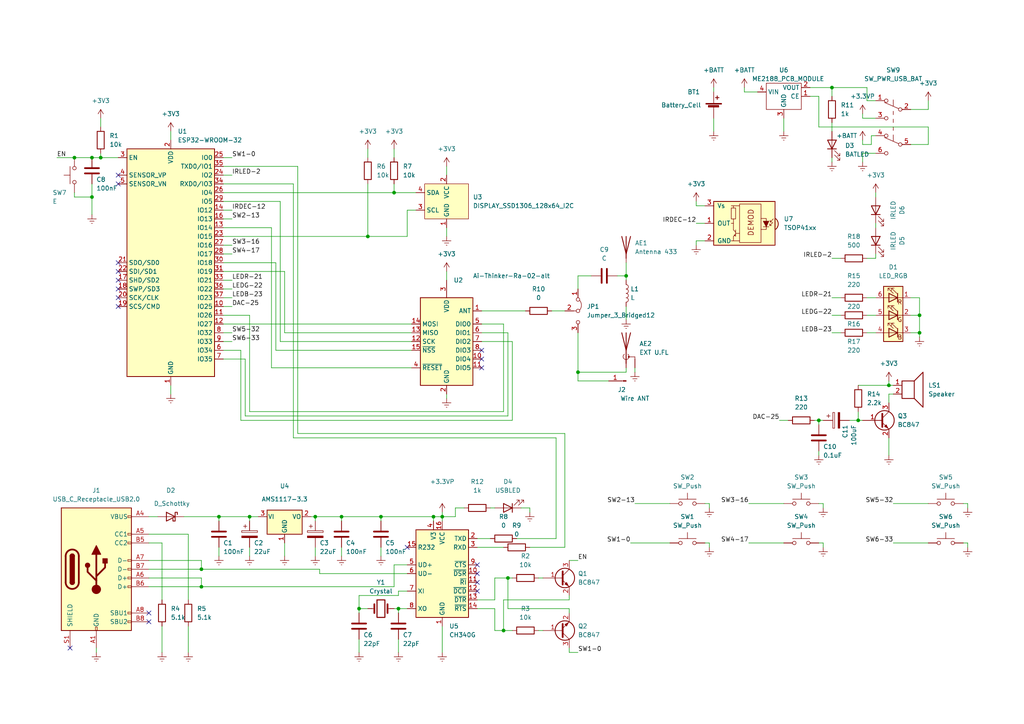
<source format=kicad_sch>
(kicad_sch (version 20211123) (generator eeschema)
  (paper "A4")
  (title_block (title "IoT Badge 433") (company "Galopago"))
  (junction (at 147.32 167.64))
  (junction (at 106.68 68.58))
  (junction (at 58.42 165.1))
  (junction (at 29.21 45.72))
  (junction (at 21.59 45.72))
  (junction (at 99.06 149.86))
  (junction (at 181.61 80.01))
  (junction (at 167.64 107.95))
  (junction (at 241.3 25.4))
  (junction (at 266.7 91.44))
  (junction (at 125.73 149.86))
  (junction (at 58.42 170.18))
  (junction (at 26.67 57.15))
  (junction (at 257.81 111.76))
  (junction (at 26.67 45.72))
  (junction (at 72.39 149.86))
  (junction (at 91.44 149.86))
  (junction (at 237.49 121.92))
  (junction (at 63.5 149.86))
  (junction (at 266.7 96.52))
  (junction (at 110.49 149.86))
  (junction (at 128.27 149.86))
  (junction (at 146.05 182.88))
  (junction (at 248.92 121.92))
  (junction (at 115.57 176.53))
  (junction (at 114.3 55.88))
  (junction (at 104.14 176.53))
  (no_connect (at 34.29 76.2))
  (no_connect (at 139.7 101.6))
  (no_connect (at 138.43 168.91))
  (no_connect (at 139.7 104.14))
  (no_connect (at 34.29 53.34))
  (no_connect (at 34.29 86.36))
  (no_connect (at 138.43 163.83))
  (no_connect (at 43.18 177.8))
  (no_connect (at 34.29 81.28))
  (no_connect (at 34.29 78.74))
  (no_connect (at 34.29 88.9))
  (no_connect (at 138.43 166.37))
  (no_connect (at 138.43 171.45))
  (no_connect (at 139.7 106.68))
  (no_connect (at 118.11 158.75))
  (no_connect (at 34.29 50.8))
  (no_connect (at 20.32 187.96))
  (no_connect (at 34.29 83.82))
  (no_connect (at 43.18 180.34))
  (wire (pts (xy 248.92 121.92) (xy 250.19 121.92)))
  (wire (pts (xy 92.71 166.37) (xy 92.71 165.1)))
  (wire (pts (xy 128.27 148.59) (xy 128.27 149.86)))
  (wire (pts (xy 110.49 158.75) (xy 110.49 161.29)))
  (wire (pts (xy 115.57 185.42) (xy 115.57 189.23)))
  (wire (pts (xy 254 64.77) (xy 254 66.04)))
  (wire (pts (xy 138.43 158.75) (xy 146.05 158.75)))
  (wire (pts (xy 259.08 157.48) (xy 269.24 157.48)))
  (wire (pts (xy 21.59 55.88) (xy 21.59 57.15)))
  (wire (pts (xy 237.49 36.83) (xy 237.49 27.94)))
  (wire (pts (xy 156.21 167.64) (xy 157.48 167.64)))
  (wire (pts (xy 120.65 60.96) (xy 118.11 60.96)))
  (wire (pts (xy 125.73 149.86) (xy 128.27 149.86)))
  (wire (pts (xy 257.81 111.76) (xy 257.81 110.49)))
  (wire (pts (xy 43.18 170.18) (xy 58.42 170.18)))
  (wire (pts (xy 257.81 127) (xy 257.81 132.08)))
  (wire (pts (xy 250.19 41.91) (xy 252.73 41.91)))
  (wire (pts (xy 128.27 181.61) (xy 128.27 189.23)))
  (wire (pts (xy 238.76 146.05) (xy 238.76 147.32)))
  (wire (pts (xy 21.59 45.72) (xy 26.67 45.72)))
  (wire (pts (xy 148.59 121.92) (xy 148.59 99.06)))
  (wire (pts (xy 181.61 88.9) (xy 181.61 92.71)))
  (wire (pts (xy 143.51 167.64) (xy 147.32 167.64)))
  (wire (pts (xy 241.3 86.36) (xy 243.84 86.36)))
  (wire (pts (xy 254 55.88) (xy 254 57.15)))
  (wire (pts (xy 128.27 149.86) (xy 128.27 151.13)))
  (wire (pts (xy 27.94 187.96) (xy 27.94 189.23)))
  (wire (pts (xy 251.46 96.52) (xy 254 96.52)))
  (wire (pts (xy 259.08 146.05) (xy 269.24 146.05)))
  (wire (pts (xy 29.21 44.45) (xy 29.21 45.72)))
  (wire (pts (xy 129.54 78.74) (xy 129.54 81.28)))
  (wire (pts (xy 254 73.66) (xy 254 74.93)))
  (wire (pts (xy 138.43 156.21) (xy 142.24 156.21)))
  (wire (pts (xy 184.15 146.05) (xy 194.31 146.05)))
  (wire (pts (xy 58.42 162.56) (xy 58.42 165.1)))
  (wire (pts (xy 132.08 147.32) (xy 134.62 147.32)))
  (wire (pts (xy 26.67 53.34) (xy 26.67 57.15)))
  (wire (pts (xy 204.47 69.85) (xy 201.93 69.85)))
  (wire (pts (xy 250.19 44.45) (xy 250.19 46.99)))
  (wire (pts (xy 251.46 86.36) (xy 254 86.36)))
  (wire (pts (xy 184.15 106.68) (xy 184.15 107.95)))
  (wire (pts (xy 64.77 58.42) (xy 81.28 58.42)))
  (wire (pts (xy 147.32 96.52) (xy 139.7 96.52)))
  (wire (pts (xy 29.21 45.72) (xy 34.29 45.72)))
  (wire (pts (xy 129.54 48.26) (xy 129.54 50.8)))
  (wire (pts (xy 234.95 27.94) (xy 237.49 27.94)))
  (wire (pts (xy 21.59 57.15) (xy 26.67 57.15)))
  (wire (pts (xy 132.08 149.86) (xy 132.08 147.32)))
  (wire (pts (xy 118.11 171.45) (xy 115.57 171.45)))
  (wire (pts (xy 43.18 157.48) (xy 46.99 157.48)))
  (wire (pts (xy 153.67 147.32) (xy 153.67 148.59)))
  (wire (pts (xy 63.5 158.75) (xy 63.5 161.29)))
  (wire (pts (xy 104.14 185.42) (xy 104.14 189.23)))
  (wire (pts (xy 148.59 99.06) (xy 139.7 99.06)))
  (wire (pts (xy 204.47 59.69) (xy 201.93 59.69)))
  (wire (pts (xy 29.21 34.29) (xy 29.21 36.83)))
  (wire (pts (xy 163.83 158.75) (xy 153.67 158.75)))
  (wire (pts (xy 64.77 66.04) (xy 78.74 66.04)))
  (wire (pts (xy 86.36 48.26) (xy 86.36 125.73)))
  (wire (pts (xy 64.77 78.74) (xy 82.55 78.74)))
  (wire (pts (xy 234.95 25.4) (xy 241.3 25.4)))
  (wire (pts (xy 146.05 119.38) (xy 146.05 93.98)))
  (wire (pts (xy 64.77 55.88) (xy 114.3 55.88)))
  (wire (pts (xy 86.36 125.73) (xy 163.83 125.73)))
  (wire (pts (xy 110.49 149.86) (xy 125.73 149.86)))
  (wire (pts (xy 165.1 189.23) (xy 167.64 189.23)))
  (wire (pts (xy 219.71 26.67) (xy 215.9 26.67)))
  (wire (pts (xy 182.88 157.48) (xy 194.31 157.48)))
  (wire (pts (xy 72.39 149.86) (xy 72.39 151.13)))
  (wire (pts (xy 115.57 176.53) (xy 118.11 176.53)))
  (wire (pts (xy 16.51 45.72) (xy 21.59 45.72)))
  (wire (pts (xy 129.54 114.3) (xy 129.54 115.57)))
  (wire (pts (xy 254 29.21) (xy 251.46 29.21)))
  (wire (pts (xy 128.27 149.86) (xy 132.08 149.86)))
  (wire (pts (xy 241.3 91.44) (xy 243.84 91.44)))
  (wire (pts (xy 64.77 63.5) (xy 67.31 63.5)))
  (wire (pts (xy 250.19 33.02) (xy 250.19 34.29)))
  (wire (pts (xy 251.46 74.93) (xy 254 74.93)))
  (wire (pts (xy 264.16 31.75) (xy 269.24 31.75)))
  (wire (pts (xy 257.81 114.3) (xy 257.81 116.84)))
  (wire (pts (xy 26.67 45.72) (xy 29.21 45.72)))
  (wire (pts (xy 280.67 157.48) (xy 280.67 158.75)))
  (wire (pts (xy 264.16 91.44) (xy 266.7 91.44)))
  (wire (pts (xy 142.24 147.32) (xy 143.51 147.32)))
  (wire (pts (xy 43.18 149.86) (xy 45.72 149.86)))
  (wire (pts (xy 99.06 158.75) (xy 99.06 161.29)))
  (wire (pts (xy 106.68 53.34) (xy 106.68 68.58)))
  (wire (pts (xy 119.38 96.52) (xy 82.55 96.52)))
  (wire (pts (xy 138.43 173.99) (xy 143.51 173.99)))
  (wire (pts (xy 264.16 41.91) (xy 269.24 41.91)))
  (wire (pts (xy 64.77 45.72) (xy 67.31 45.72)))
  (wire (pts (xy 280.67 146.05) (xy 279.4 146.05)))
  (wire (pts (xy 91.44 149.86) (xy 99.06 149.86)))
  (wire (pts (xy 78.74 66.04) (xy 78.74 106.68)))
  (wire (pts (xy 163.83 125.73) (xy 163.83 158.75)))
  (wire (pts (xy 241.3 25.4) (xy 241.3 27.94)))
  (wire (pts (xy 204.47 157.48) (xy 205.74 157.48)))
  (wire (pts (xy 238.76 157.48) (xy 238.76 158.75)))
  (wire (pts (xy 201.93 64.77) (xy 204.47 64.77)))
  (wire (pts (xy 64.77 88.9) (xy 67.31 88.9)))
  (wire (pts (xy 254 44.45) (xy 250.19 44.45)))
  (wire (pts (xy 264.16 86.36) (xy 266.7 86.36)))
  (wire (pts (xy 165.1 187.96) (xy 165.1 189.23)))
  (wire (pts (xy 259.08 114.3) (xy 257.81 114.3)))
  (wire (pts (xy 266.7 96.52) (xy 266.7 97.79)))
  (wire (pts (xy 201.93 69.85) (xy 201.93 71.12)))
  (wire (pts (xy 165.1 172.72) (xy 165.1 173.99)))
  (wire (pts (xy 54.61 181.61) (xy 54.61 189.23)))
  (wire (pts (xy 85.09 127) (xy 161.29 127)))
  (wire (pts (xy 161.29 156.21) (xy 149.86 156.21)))
  (wire (pts (xy 160.02 90.17) (xy 163.83 90.17)))
  (wire (pts (xy 54.61 154.94) (xy 43.18 154.94)))
  (wire (pts (xy 217.17 157.48) (xy 227.33 157.48)))
  (wire (pts (xy 43.18 167.64) (xy 58.42 167.64)))
  (wire (pts (xy 266.7 91.44) (xy 266.7 96.52)))
  (wire (pts (xy 85.09 53.34) (xy 85.09 127)))
  (wire (pts (xy 201.93 59.69) (xy 201.93 58.42)))
  (wire (pts (xy 167.64 107.95) (xy 167.64 110.49)))
  (wire (pts (xy 115.57 172.72) (xy 104.14 172.72)))
  (wire (pts (xy 49.53 38.1) (xy 49.53 40.64)))
  (wire (pts (xy 248.92 119.38) (xy 248.92 121.92)))
  (wire (pts (xy 119.38 106.68) (xy 78.74 106.68)))
  (wire (pts (xy 46.99 157.48) (xy 46.99 173.99)))
  (wire (pts (xy 207.01 25.4) (xy 207.01 26.67)))
  (wire (pts (xy 43.18 162.56) (xy 58.42 162.56)))
  (wire (pts (xy 118.11 60.96) (xy 118.11 68.58)))
  (wire (pts (xy 251.46 29.21) (xy 251.46 25.4)))
  (wire (pts (xy 237.49 157.48) (xy 238.76 157.48)))
  (wire (pts (xy 58.42 165.1) (xy 92.71 165.1)))
  (wire (pts (xy 171.45 80.01) (xy 167.64 80.01)))
  (wire (pts (xy 91.44 149.86) (xy 91.44 151.13)))
  (wire (pts (xy 181.61 76.2) (xy 181.61 80.01)))
  (wire (pts (xy 181.61 106.68) (xy 181.61 107.95)))
  (wire (pts (xy 104.14 172.72) (xy 104.14 176.53)))
  (wire (pts (xy 269.24 31.75) (xy 269.24 29.21)))
  (wire (pts (xy 176.53 110.49) (xy 167.64 110.49)))
  (wire (pts (xy 252.73 39.37) (xy 254 39.37)))
  (wire (pts (xy 69.85 101.6) (xy 69.85 121.92)))
  (wire (pts (xy 156.21 182.88) (xy 157.48 182.88)))
  (wire (pts (xy 167.64 80.01) (xy 167.64 83.82)))
  (wire (pts (xy 146.05 182.88) (xy 148.59 182.88)))
  (wire (pts (xy 279.4 157.48) (xy 280.67 157.48)))
  (wire (pts (xy 119.38 101.6) (xy 80.01 101.6)))
  (wire (pts (xy 250.19 40.64) (xy 250.19 41.91)))
  (wire (pts (xy 64.77 73.66) (xy 67.31 73.66)))
  (wire (pts (xy 90.17 149.86) (xy 91.44 149.86)))
  (wire (pts (xy 227.33 34.29) (xy 227.33 38.1)))
  (wire (pts (xy 58.42 170.18) (xy 58.42 167.64)))
  (wire (pts (xy 143.51 176.53) (xy 143.51 182.88)))
  (wire (pts (xy 205.74 157.48) (xy 205.74 158.75)))
  (wire (pts (xy 114.3 55.88) (xy 120.65 55.88)))
  (wire (pts (xy 114.3 53.34) (xy 114.3 55.88)))
  (wire (pts (xy 82.55 78.74) (xy 82.55 96.52)))
  (wire (pts (xy 82.55 157.48) (xy 82.55 161.29)))
  (wire (pts (xy 114.3 43.18) (xy 114.3 45.72)))
  (wire (pts (xy 252.73 41.91) (xy 252.73 39.37)))
  (wire (pts (xy 72.39 149.86) (xy 74.93 149.86)))
  (wire (pts (xy 115.57 176.53) (xy 115.57 177.8)))
  (wire (pts (xy 147.32 167.64) (xy 148.59 167.64)))
  (wire (pts (xy 63.5 149.86) (xy 63.5 151.13)))
  (wire (pts (xy 205.74 146.05) (xy 205.74 147.32)))
  (wire (pts (xy 64.77 86.36) (xy 67.31 86.36)))
  (wire (pts (xy 72.39 158.75) (xy 72.39 161.29)))
  (wire (pts (xy 49.53 111.76) (xy 49.53 114.3)))
  (wire (pts (xy 237.49 146.05) (xy 238.76 146.05)))
  (wire (pts (xy 215.9 26.67) (xy 215.9 25.4)))
  (wire (pts (xy 241.3 45.72) (xy 241.3 46.99)))
  (wire (pts (xy 104.14 177.8) (xy 104.14 176.53)))
  (wire (pts (xy 64.77 83.82) (xy 67.31 83.82)))
  (wire (pts (xy 64.77 93.98) (xy 119.38 93.98)))
  (wire (pts (xy 114.3 176.53) (xy 115.57 176.53)))
  (wire (pts (xy 181.61 80.01) (xy 181.61 81.28)))
  (wire (pts (xy 269.24 36.83) (xy 269.24 41.91)))
  (wire (pts (xy 165.1 176.53) (xy 165.1 177.8)))
  (wire (pts (xy 64.77 76.2) (xy 80.01 76.2)))
  (wire (pts (xy 64.77 71.12) (xy 67.31 71.12)))
  (wire (pts (xy 46.99 181.61) (xy 46.99 189.23)))
  (wire (pts (xy 236.22 121.92) (xy 237.49 121.92)))
  (wire (pts (xy 165.1 173.99) (xy 146.05 173.99)))
  (wire (pts (xy 64.77 96.52) (xy 67.31 96.52)))
  (wire (pts (xy 139.7 90.17) (xy 152.4 90.17)))
  (wire (pts (xy 106.68 68.58) (xy 118.11 68.58)))
  (wire (pts (xy 53.34 149.86) (xy 63.5 149.86)))
  (wire (pts (xy 207.01 34.29) (xy 207.01 38.1)))
  (wire (pts (xy 43.18 165.1) (xy 58.42 165.1)))
  (wire (pts (xy 63.5 149.86) (xy 72.39 149.86)))
  (wire (pts (xy 151.13 147.32) (xy 153.67 147.32)))
  (wire (pts (xy 146.05 173.99) (xy 146.05 182.88)))
  (wire (pts (xy 99.06 149.86) (xy 110.49 149.86)))
  (wire (pts (xy 64.77 68.58) (xy 106.68 68.58)))
  (wire (pts (xy 237.49 121.92) (xy 238.76 121.92)))
  (wire (pts (xy 167.64 96.52) (xy 167.64 107.95)))
  (wire (pts (xy 259.08 111.76) (xy 257.81 111.76)))
  (wire (pts (xy 26.67 57.15) (xy 26.67 62.23)))
  (wire (pts (xy 237.49 130.81) (xy 237.49 132.08)))
  (wire (pts (xy 125.73 151.13) (xy 125.73 149.86)))
  (wire (pts (xy 58.42 170.18) (xy 114.3 170.18)))
  (wire (pts (xy 179.07 80.01) (xy 181.61 80.01)))
  (wire (pts (xy 241.3 74.93) (xy 243.84 74.93)))
  (wire (pts (xy 64.77 81.28) (xy 67.31 81.28)))
  (wire (pts (xy 64.77 99.06) (xy 67.31 99.06)))
  (wire (pts (xy 118.11 166.37) (xy 92.71 166.37)))
  (wire (pts (xy 80.01 76.2) (xy 80.01 101.6)))
  (wire (pts (xy 106.68 43.18) (xy 106.68 45.72)))
  (wire (pts (xy 217.17 146.05) (xy 227.33 146.05)))
  (wire (pts (xy 110.49 149.86) (xy 110.49 151.13)))
  (wire (pts (xy 246.38 121.92) (xy 248.92 121.92)))
  (wire (pts (xy 69.85 121.92) (xy 148.59 121.92)))
  (wire (pts (xy 266.7 86.36) (xy 266.7 91.44)))
  (wire (pts (xy 143.51 173.99) (xy 143.51 167.64)))
  (wire (pts (xy 64.77 60.96) (xy 67.31 60.96)))
  (wire (pts (xy 241.3 25.4) (xy 251.46 25.4)))
  (wire (pts (xy 99.06 149.86) (xy 99.06 151.13)))
  (wire (pts (xy 237.49 121.92) (xy 237.49 123.19)))
  (wire (pts (xy 226.06 121.92) (xy 228.6 121.92)))
  (wire (pts (xy 264.16 96.52) (xy 266.7 96.52)))
  (wire (pts (xy 64.77 48.26) (xy 86.36 48.26)))
  (wire (pts (xy 165.1 162.56) (xy 167.64 162.56)))
  (wire (pts (xy 146.05 93.98) (xy 139.7 93.98)))
  (wire (pts (xy 165.1 176.53) (xy 147.32 176.53)))
  (wire (pts (xy 147.32 120.65) (xy 147.32 96.52)))
  (wire (pts (xy 237.49 36.83) (xy 269.24 36.83)))
  (wire (pts (xy 72.39 91.44) (xy 72.39 119.38)))
  (wire (pts (xy 280.67 147.32) (xy 280.67 146.05)))
  (wire (pts (xy 251.46 91.44) (xy 254 91.44)))
  (wire (pts (xy 104.14 176.53) (xy 106.68 176.53)))
  (wire (pts (xy 64.77 104.14) (xy 71.12 104.14)))
  (wire (pts (xy 161.29 127) (xy 161.29 156.21)))
  (wire (pts (xy 119.38 99.06) (xy 81.28 99.06)))
  (wire (pts (xy 72.39 119.38) (xy 146.05 119.38)))
  (wire (pts (xy 204.47 146.05) (xy 205.74 146.05)))
  (wire (pts (xy 248.92 111.76) (xy 257.81 111.76)))
  (wire (pts (xy 115.57 171.45) (xy 115.57 172.72)))
  (wire (pts (xy 81.28 58.42) (xy 81.28 99.06)))
  (wire (pts (xy 250.19 34.29) (xy 254 34.29)))
  (wire (pts (xy 64.77 53.34) (xy 85.09 53.34)))
  (wire (pts (xy 91.44 158.75) (xy 91.44 161.29)))
  (wire (pts (xy 114.3 163.83) (xy 118.11 163.83)))
  (wire (pts (xy 147.32 176.53) (xy 147.32 167.64)))
  (wire (pts (xy 54.61 173.99) (xy 54.61 154.94)))
  (wire (pts (xy 138.43 176.53) (xy 143.51 176.53)))
  (wire (pts (xy 114.3 170.18) (xy 114.3 163.83)))
  (wire (pts (xy 64.77 101.6) (xy 69.85 101.6)))
  (wire (pts (xy 181.61 107.95) (xy 167.64 107.95)))
  (wire (pts (xy 64.77 50.8) (xy 67.31 50.8)))
  (wire (pts (xy 241.3 96.52) (xy 243.84 96.52)))
  (wire (pts (xy 129.54 66.04) (xy 129.54 68.58)))
  (wire (pts (xy 143.51 182.88) (xy 146.05 182.88)))
  (wire (pts (xy 241.3 35.56) (xy 241.3 38.1)))
  (wire (pts (xy 71.12 120.65) (xy 147.32 120.65)))
  (wire (pts (xy 64.77 91.44) (xy 72.39 91.44)))
  (wire (pts (xy 71.12 104.14) (xy 71.12 120.65)))
  (label "SW4-17" (at 67.31 73.66 0))
  (label "SW2-13" (at 184.15 146.05 180))
  (label "SW3-16" (at 217.17 146.05 180))
  (label "LEDR-21" (at 241.3 86.36 180))
  (label "SW1-0" (at 67.31 45.72 0))
  (label "EN" (at 167.64 162.56 0))
  (label "EN" (at 16.51 45.72 0))
  (label "LEDB-23" (at 241.3 96.52 180))
  (label "SW1-0" (at 182.88 157.48 180))
  (label "LEDR-21" (at 67.31 81.28 0))
  (label "SW1-0" (at 167.64 189.23 0))
  (label "LEDG-22" (at 241.3 91.44 180))
  (label "DAC-25" (at 67.31 88.9 0))
  (label "SW6-33" (at 259.08 157.48 180))
  (label "DAC-25" (at 226.06 121.92 180))
  (label "SW5-32" (at 67.31 96.52 0))
  (label "LEDB-23" (at 67.31 86.36 0))
  (label "SW5-32" (at 259.08 146.05 180))
  (label "SW6-33" (at 67.31 99.06 0))
  (label "LEDG-22" (at 67.31 83.82 0))
  (label "IRLED-2" (at 67.31 50.8 0))
  (label "SW4-17" (at 217.17 157.48 180))
  (label "IRDEC-12" (at 67.31 60.96 0))
  (label "IRDEC-12" (at 201.93 64.77 180))
  (label "SW3-16" (at 67.31 71.12 0))
  (label "IRLED-2" (at 241.3 74.93 180))
  (label "SW2-13" (at 67.31 63.5 0))
  (symbol (lib_id "power:Earth") (at 46.99 189.23 0) (unit 1)
    (property "Reference" "#PWR0118" (effects hide))
    (property "Value" "Earth" (effects hide))
  )
  (symbol (lib_id "power:Earth") (at 201.93 71.12 0) (unit 1)
    (property "Reference" "#PWR0134" (effects hide))
    (property "Value" "Earth" (effects hide))
  )
  (symbol (lib_id "power:+BATT") (at 215.9 25.4 0) (unit 1)
    (property "Reference" "#PWR07" (effects hide))
    (property "Value" "+BATT" (at 215.9 20.32 0))
  )
  (symbol (lib_id "power:Earth") (at 128.27 189.23 0) (unit 1)
    (property "Reference" "#PWR0102" (effects hide))
    (property "Value" "Earth" (effects hide))
  )
  (symbol (lib_id "Switch:SW_Push") (at 199.39 157.48 0) (unit 1)
    (property "Reference" "SW1" (at 199.39 149.86 0))
    (property "Value" "SW_Push" (at 199.39 152.4 0))
    (property "Footprint" "Button_Switch_SMD:SW_Push_1P1T_NO_6x6mm_H9.5mm" (effects hide))
  )
  (symbol (lib_id "Switch:SW_Push_DPDT") (at 259.08 36.83 0) (mirror y) (unit 1)
    (property "Reference" "SW9" (at 259.08 20.32 0))
    (property "Value" "SW_PWR_USB_BAT" (at 259.08 22.86 0))
    (property "Footprint" "Slide_Switch_SMD:SW_Slide_2P2T_9mmx7.6mm" (effects hide))
  )
  (symbol (lib_id "power:Earth") (at 72.39 161.29 0) (unit 1)
    (property "Reference" "#PWR01" (effects hide))
    (property "Value" "Earth" (effects hide))
  )
  (symbol (lib_id "Device:R") (at 156.21 90.17 270) (unit 1)
    (property "Reference" "R10" (at 156.21 83.82 90))
    (property "Value" "0" (at 156.21 86.36 90))
    (property "Footprint" "Resistor_SMD:R_0805_2012Metric_Pad1.20x1.40mm_HandSolder" (effects hide))
  )
  (symbol (lib_id "Device:C_Polarized") (at 91.44 154.94 0) (unit 1)
    (property "Reference" "C3" (at 92.71 157.48 0) (effects (justify left)))
    (property "Value" "22uF" (at 92.71 160.02 0) (effects (justify left)))
    (property "Footprint" "Capacitor_Tantalum_SMD:CP_EIA-2012-15_AVX-P_Pad1.30x1.05mm_HandSolder" (effects hide))
  )
  (symbol (lib_id "power:Earth") (at 104.14 189.23 0) (unit 1)
    (property "Reference" "#PWR0110" (effects hide))
    (property "Value" "Earth" (effects hide))
  )
  (symbol (lib_id "power:Earth") (at 129.54 115.57 0) (unit 1)
    (property "Reference" "#PWR0115" (effects hide))
    (property "Value" "Earth" (effects hide))
  )
  (symbol (lib_id "Device:Antenna") (at 181.61 71.12 0) (unit 1)
    (property "Reference" "AE1" (at 184.15 70.4849 0) (effects (justify left)))
    (property "Value" "Antenna 433" (at 184.15 73.0249 0) (effects (justify left)))
    (property "Footprint" "RF_PCB_Antenna:Micrel_Heli_2" (effects hide))
  )
  (symbol (lib_id "power:+BATT") (at 207.01 25.4 0) (unit 1)
    (property "Reference" "#PWR05" (effects hide))
    (property "Value" "+BATT" (at 207.01 20.32 0))
  )
  (symbol (lib_id "Switch:SW_Push") (at 274.32 146.05 0) (unit 1)
    (property "Reference" "SW5" (at 274.32 138.43 0))
    (property "Value" "SW_Push" (at 274.32 140.97 0))
    (property "Footprint" "Button_Switch_SMD:SW_Push_1P1T_NO_6x6mm_H9.5mm" (effects hide))
  )
  (symbol (lib_id "Device:LED") (at 147.32 147.32 180) (unit 1)
    (property "Reference" "D4" (at 147.32 139.7 0))
    (property "Value" "USBLED" (at 147.32 142.24 0))
    (property "Footprint" "LED_SMD:LED_0805_2012Metric_Pad1.15x1.40mm_HandSolder" (effects hide))
  )
  (symbol (lib_id "Device:C") (at 175.26 80.01 270) (unit 1)
    (property "Reference" "C9" (at 175.26 72.39 90))
    (property "Value" "C" (at 175.26 74.93 90))
    (property "Footprint" "Capacitor_SMD:C_0805_2012Metric_Pad1.18x1.45mm_HandSolder" (effects hide))
  )
  (symbol (lib_id "power:Earth") (at 205.74 158.75 0) (unit 1)
    (property "Reference" "#PWR0130" (effects hide))
    (property "Value" "Earth" (effects hide))
  )
  (symbol (lib_id "power:Earth") (at 280.67 158.75 0) (unit 1)
    (property "Reference" "#PWR0126" (effects hide))
    (property "Value" "Earth" (effects hide))
  )
  (symbol (lib_id "Device:C") (at 99.06 154.94 0) (unit 1)
    (property "Reference" "C4" (at 100.33 157.48 0) (effects (justify left)))
    (property "Value" "100nF" (at 100.33 160.02 0) (effects (justify left)))
    (property "Footprint" "Capacitor_SMD:C_0805_2012Metric_Pad1.18x1.45mm_HandSolder" (effects hide))
  )
  (symbol (lib_id "Device:R") (at 106.68 49.53 0) (unit 1)
    (property "Reference" "R6" (at 109.22 48.2599 0) (effects (justify left)))
    (property "Value" "10k" (at 109.22 50.7999 0) (effects (justify left)))
    (property "Footprint" "Resistor_SMD:R_0805_2012Metric_Pad1.20x1.40mm_HandSolder" (effects hide))
  )
  (symbol (lib_id "power:Earth") (at 153.67 148.59 0) (unit 1)
    (property "Reference" "#PWR0124" (effects hide))
    (property "Value" "Earth" (effects hide))
  )
  (symbol (lib_id "Device:R") (at 46.99 177.8 0) (unit 1)
    (property "Reference" "R4" (at 49.53 176.5299 0) (effects (justify left)))
    (property "Value" "5.1k" (at 49.53 179.0699 0) (effects (justify left)))
    (property "Footprint" "Resistor_SMD:R_0805_2012Metric_Pad1.20x1.40mm_HandSolder" (effects hide))
  )
  (symbol (lib_id "Device:R") (at 241.3 31.75 180) (unit 1)
    (property "Reference" "R11" (at 243.84 30.4799 0) (effects (justify right)))
    (property "Value" "1k" (at 243.84 33.0199 0) (effects (justify right)))
    (property "Footprint" "Resistor_SMD:R_0805_2012Metric_Pad1.20x1.40mm_HandSolder" (effects hide))
  )
  (symbol (lib_id "Device:Battery_Cell") (at 207.01 31.75 0) (unit 1)
    (property "Reference" "BT1" (at 199.39 26.67 0) (effects (justify left)))
    (property "Value" "Battery_Cell" (at 191.77 30.48 0) (effects (justify left)))
    (property "Footprint" "Battery_SMD:BatteryHolder_Keystone_1020_1xAAA" (effects hide))
  )
  (symbol (lib_id "Device:Antenna_Shield") (at 181.61 101.6 0) (unit 1)
    (property "Reference" "AE2" (at 185.42 99.6949 0) (effects (justify left)))
    (property "Value" "EXT U.FL" (at 185.42 102.2349 0) (effects (justify left)))
    (property "Footprint" "Connector_Coaxial:U.FL_Hirose_U.FL-R-SMT-1_Vertical" (effects hide))
  )
  (symbol (lib_id "Device:LED_RGB") (at 259.08 91.44 0) (mirror y) (unit 1)
    (property "Reference" "D1" (at 259.08 77.47 0))
    (property "Value" "LED_RGB" (at 259.08 80.01 0))
    (property "Footprint" "LED_SMD:LED_RGB_5050-6" (effects hide))
  )
  (symbol (lib_id "Jumper:Jumper_3_Bridged12") (at 167.64 90.17 270) (unit 1)
    (property "Reference" "JP1" (at 170.18 88.8999 90) (effects (justify left)))
    (property "Value" "Jumper_3_Bridged12" (at 170.18 91.4399 90) (effects (justify left)))
    (property "Footprint" "Jumper:SolderJumper-3_P1.3mm_Bridged12_RoundedPad1.0x1.5mm_NumberLabels" (effects hide))
  )
  (symbol (lib_id "Device:R") (at 248.92 115.57 0) (unit 1)
    (property "Reference" "R14" (at 251.46 114.2999 0) (effects (justify left)))
    (property "Value" "2.2k" (at 251.46 116.8399 0) (effects (justify left)))
    (property "Footprint" "Resistor_SMD:R_0805_2012Metric_Pad1.20x1.40mm_HandSolder" (effects hide))
  )
  (symbol (lib_id "power:Earth") (at 241.3 46.99 0) (unit 1)
    (property "Reference" "#PWR0109" (effects hide))
    (property "Value" "Earth" (effects hide))
  )
  (symbol (lib_id "power:+3V3") (at 129.54 78.74 0) (unit 1)
    (property "Reference" "#PWR03" (effects hide))
    (property "Value" "+3V3" (at 129.54 73.66 0))
  )
  (symbol (lib_id "power:Earth") (at 26.67 62.23 0) (unit 1)
    (property "Reference" "#PWR0114" (effects hide))
    (property "Value" "Earth" (effects hide))
  )
  (symbol (lib_id "power:Earth") (at 238.76 158.75 0) (unit 1)
    (property "Reference" "#PWR0127" (effects hide))
    (property "Value" "Earth" (effects hide))
  )
  (symbol (lib_id "Device:R") (at 149.86 158.75 270) (unit 1)
    (property "Reference" "R9" (at 149.86 152.4 90))
    (property "Value" "0" (at 149.86 154.94 90))
    (property "Footprint" "Resistor_SMD:R_0805_2012Metric_Pad1.20x1.40mm_HandSolder" (effects hide))
  )
  (symbol (lib_id "Device:C") (at 63.5 154.94 0) (unit 1)
    (property "Reference" "C1" (at 64.77 157.48 0) (effects (justify left)))
    (property "Value" "100nF" (at 64.77 160.02 0) (effects (justify left)))
    (property "Footprint" "Capacitor_SMD:C_0805_2012Metric_Pad1.18x1.45mm_HandSolder" (effects hide))
  )
  (symbol (lib_id "power:+3V3") (at 201.93 58.42 0) (unit 1)
    (property "Reference" "#PWR0136" (effects hide))
    (property "Value" "+3V3" (at 201.93 53.34 0))
  )
  (symbol (lib_id "Transistor_BJT:BC847") (at 162.56 182.88 0) (mirror x) (unit 1)
    (property "Reference" "Q2" (at 167.64 181.6099 0) (effects (justify left)))
    (property "Value" "BC847" (at 167.64 184.1499 0) (effects (justify left)))
    (property "Footprint" "Package_TO_SOT_SMD:SOT-23" (effects hide))
    (property "Datasheet" "http://www.infineon.com/dgdl/Infineon-BC847SERIES_BC848SERIES_BC849SERIES_BC850SERIES-DS-v01_01-en.pdf?fileId=db3a304314dca389011541d4630a1657" (effects hide))
  )
  (symbol (lib_id "Device:R") (at 114.3 49.53 0) (unit 1)
    (property "Reference" "R7" (at 116.84 48.2599 0) (effects (justify left)))
    (property "Value" "10k" (at 116.84 50.7999 0) (effects (justify left)))
    (property "Footprint" "Resistor_SMD:R_0805_2012Metric_Pad1.20x1.40mm_HandSolder" (effects hide))
  )
  (symbol (lib_id "Transistor_BJT:BC847") (at 255.27 121.92 0) (unit 1)
    (property "Reference" "Q3" (at 260.35 120.6499 0) (effects (justify left)))
    (property "Value" "BC847" (at 260.35 123.1899 0) (effects (justify left)))
    (property "Footprint" "Package_TO_SOT_SMD:SOT-23" (effects hide))
    (property "Datasheet" "http://www.infineon.com/dgdl/Infineon-BC847SERIES_BC848SERIES_BC849SERIES_BC850SERIES-DS-v01_01-en.pdf?fileId=db3a304314dca389011541d4630a1657" (effects hide))
  )
  (symbol (lib_id "power:+3V3") (at 114.3 43.18 0) (unit 1)
    (property "Reference" "#PWR0120" (effects hide))
    (property "Value" "+3V3" (at 114.3 38.1 0))
  )
  (symbol (lib_id "Device:C") (at 237.49 127 0) (unit 1)
    (property "Reference" "C10" (at 238.76 129.54 0) (effects (justify left)))
    (property "Value" "0.1uF" (at 238.76 132.08 0) (effects (justify left)))
    (property "Footprint" "Capacitor_SMD:C_0805_2012Metric_Pad1.18x1.45mm_HandSolder" (effects hide))
  )
  (symbol (lib_id "Device:R") (at 247.65 96.52 270) (unit 1)
    (property "Reference" "R17" (at 247.65 99.06 90))
    (property "Value" "220" (at 247.65 101.6 90))
    (property "Footprint" "Resistor_SMD:R_0805_2012Metric_Pad1.20x1.40mm_HandSolder" (effects hide))
  )
  (symbol (lib_id "Device:Speaker") (at 264.16 111.76 0) (unit 1)
    (property "Reference" "LS1" (at 269.24 111.7599 0) (effects (justify left)))
    (property "Value" "Speaker" (at 269.24 114.2999 0) (effects (justify left)))
    (property "Footprint" "Speaker_SMD:Speaker_SMD-10mmx5mm" (effects hide))
  )
  (symbol (lib_id "power:+3V3") (at 257.81 110.49 0) (unit 1)
    (property "Reference" "#PWR0131" (effects hide))
    (property "Value" "+3V3" (at 257.81 105.41 0))
  )
  (symbol (lib_id "Switch:SW_Push") (at 274.32 157.48 0) (unit 1)
    (property "Reference" "SW6" (at 274.32 149.86 0))
    (property "Value" "SW_Push" (at 274.32 152.4 0))
    (property "Footprint" "Button_Switch_SMD:SW_Push_1P1T_NO_6x6mm_H9.5mm" (effects hide))
  )
  (symbol (lib_id "Interface_USB:CH340G") (at 128.27 166.37 0) (unit 1)
    (property "Reference" "U5" (at 130.2894 181.61 0) (effects (justify left)))
    (property "Value" "CH340G" (at 130.2894 184.15 0) (effects (justify left)))
    (property "Footprint" "Package_SO:SOIC-16_3.9x9.9mm_P1.27mm" (effects hide))
    (property "Datasheet" "http://www.datasheet5.com/pdf-local-2195953" (effects hide))
  )
  (symbol (lib_id "power:Earth") (at 257.81 132.08 0) (unit 1)
    (property "Reference" "#PWR0132" (effects hide))
    (property "Value" "Earth" (effects hide))
  )
  (symbol (lib_id "power:+3V3") (at 269.24 29.21 0) (unit 1)
    (property "Reference" "#PWR012" (effects hide))
    (property "Value" "+3V3" (at 269.24 24.13 0))
  )
  (symbol (lib_id "Device:R") (at 29.21 40.64 0) (unit 1)
    (property "Reference" "R1" (at 31.75 39.3699 0) (effects (justify left)))
    (property "Value" "10k" (at 31.75 41.9099 0) (effects (justify left)))
    (property "Footprint" "Resistor_SMD:R_0805_2012Metric_Pad1.20x1.40mm_HandSolder" (effects hide))
  )
  (symbol (lib_id "Device:LED") (at 254 69.85 90) (unit 1)
    (property "Reference" "D5" (at 261.62 69.85 0))
    (property "Value" "IRLED" (at 259.08 69.85 0))
    (property "Footprint" "LED_SMD:LED_0805_2012Metric_Pad1.15x1.40mm_HandSolder" (effects hide))
  )
  (symbol (lib_id "power:Earth") (at 115.57 189.23 0) (unit 1)
    (property "Reference" "#PWR0108" (effects hide))
    (property "Value" "Earth" (effects hide))
  )
  (symbol (lib_id "Switch:SW_Push") (at 232.41 157.48 0) (unit 1)
    (property "Reference" "SW4" (at 232.41 149.86 0))
    (property "Value" "SW_Push" (at 232.41 152.4 0))
    (property "Footprint" "Button_Switch_SMD:SW_Push_1P1T_NO_6x6mm_H9.5mm" (effects hide))
  )
  (symbol (lib_id "power:Earth") (at 82.55 161.29 0) (unit 1)
    (property "Reference" "#PWR0104" (effects hide))
    (property "Value" "Earth" (effects hide))
  )
  (symbol (lib_id "Device:LED") (at 241.3 41.91 90) (unit 1)
    (property "Reference" "D3" (at 245.11 42.2274 90) (effects (justify right)))
    (property "Value" "BATLED" (at 245.11 44.7674 90) (effects (justify right)))
    (property "Footprint" "LED_SMD:LED_0805_2012Metric_Pad1.15x1.40mm_HandSolder" (effects hide))
  )
  (symbol (lib_id "power:Earth") (at 280.67 147.32 0) (unit 1)
    (property "Reference" "#PWR0125" (effects hide))
    (property "Value" "Earth" (effects hide))
  )
  (symbol (lib_id "power:Earth") (at 49.53 114.3 0) (unit 1)
    (property "Reference" "#PWR0112" (effects hide))
    (property "Value" "Earth" (effects hide))
  )
  (symbol (lib_id "power:+3V3") (at 49.53 38.1 0) (unit 1)
    (property "Reference" "#PWR0111" (effects hide))
    (property "Value" "+3V3" (at 49.53 33.02 0))
  )
  (symbol (lib_id "power:Earth") (at 27.94 189.23 0) (unit 1)
    (property "Reference" "#PWR0101" (effects hide))
    (property "Value" "Earth" (effects hide))
  )
  (symbol (lib_id "RF_Module_alt:Ai-Thinker-Ra-02-alt") (at 129.54 99.06 0) (unit 1)
    (property "Reference" "U2" (at 131.5594 81.28 0) (effects (justify left)))
    (property "Value" "Ai-Thinker-Ra-02-alt" (at 137.16 80.01 0) (effects (justify left)))
    (property "Footprint" "RF_Module_alt:Ai-Thinker-Ra-02-LoRa-alt" (effects hide))
    (property "Datasheet" "http://wiki.ai-thinker.com/_media/lora/docs/c048ps01a1_ra-02_product_specification_v1.1.pdf" (effects hide))
  )
  (symbol (lib_id "power:+BATT") (at 250.19 40.64 0) (unit 1)
    (property "Reference" "#PWR010" (effects hide))
    (property "Value" "+BATT" (at 242.57 39.37 0) (effects (justify left)))
  )
  (symbol (lib_id "power:Earth") (at 129.54 68.58 0) (unit 1)
    (property "Reference" "#PWR0116" (effects hide))
    (property "Value" "Earth" (effects hide))
  )
  (symbol (lib_id "power:Earth") (at 238.76 147.32 0) (unit 1)
    (property "Reference" "#PWR0128" (effects hide))
    (property "Value" "Earth" (effects hide))
  )
  (symbol (lib_id "power:+3V3") (at 29.21 34.29 0) (unit 1)
    (property "Reference" "#PWR0113" (effects hide))
    (property "Value" "+3V3" (at 29.21 29.21 0))
  )
  (symbol (lib_id "Device:L") (at 181.61 85.09 0) (unit 1)
    (property "Reference" "L1" (at 182.88 83.8199 0) (effects (justify left)))
    (property "Value" "L" (at 182.88 86.3599 0) (effects (justify left)))
    (property "Footprint" "Inductor_SMD:L_0805_2012Metric_Pad1.05x1.20mm_HandSolder" (effects hide))
  )
  (symbol (lib_id "Device:R") (at 54.61 177.8 0) (unit 1)
    (property "Reference" "R5" (at 57.15 176.5299 0) (effects (justify left)))
    (property "Value" "5.1k" (at 57.15 179.0699 0) (effects (justify left)))
    (property "Footprint" "Resistor_SMD:R_0805_2012Metric_Pad1.20x1.40mm_HandSolder" (effects hide))
  )
  (symbol (lib_id "Interface_Optical:TSOP41xx") (at 214.63 64.77 0) (mirror y) (unit 1)
    (property "Reference" "U7" (at 227.33 63.4999 0) (effects (justify right)))
    (property "Value" "TSOP41xx" (at 227.33 66.0399 0) (effects (justify right)))
    (property "Footprint" "OptoDevice:Vishay_MOLD-3Pin" (effects hide))
    (property "Datasheet" "http://www.vishay.com/docs/82460/tsop45.pdf" (effects hide))
  )
  (symbol (lib_id "power:Earth") (at 237.49 132.08 0) (unit 1)
    (property "Reference" "#PWR0133" (effects hide))
    (property "Value" "Earth" (effects hide))
  )
  (symbol (lib_id "power:Earth") (at 266.7 97.79 0) (unit 1)
    (property "Reference" "#PWR0135" (effects hide))
    (property "Value" "Earth" (effects hide))
  )
  (symbol (lib_id "Device:R") (at 247.65 86.36 270) (unit 1)
    (property "Reference" "R15" (at 247.65 80.01 90))
    (property "Value" "220" (at 247.65 82.55 90))
    (property "Footprint" "Resistor_SMD:R_0805_2012Metric_Pad1.20x1.40mm_HandSolder" (effects hide))
  )
  (symbol (lib_id "power:Earth") (at 207.01 38.1 0) (unit 1)
    (property "Reference" "#PWR06" (effects hide))
    (property "Value" "Earth" (effects hide))
  )
  (symbol (lib_id "power:Earth") (at 110.49 161.29 0) (unit 1)
    (property "Reference" "#PWR0107" (effects hide))
    (property "Value" "Earth" (effects hide))
  )
  (symbol (lib_id "Device:R") (at 152.4 167.64 270) (unit 1)
    (property "Reference" "R2" (at 152.4 161.29 90))
    (property "Value" "10k" (at 152.4 163.83 90))
    (property "Footprint" "Resistor_SMD:R_0805_2012Metric_Pad1.20x1.40mm_HandSolder" (effects hide))
  )
  (symbol (lib_id "power:+3V3") (at 254 55.88 0) (unit 1)
    (property "Reference" "#PWR0137" (effects hide))
    (property "Value" "+3V3" (at 254 50.8 0))
  )
  (symbol (lib_id "Device:LED") (at 254 60.96 90) (unit 1)
    (property "Reference" "D6" (at 261.62 60.96 0))
    (property "Value" "IRLED" (at 259.08 60.96 0))
    (property "Footprint" "LED_SMD:LED_0805_2012Metric_Pad1.15x1.40mm_HandSolder" (effects hide))
  )
  (symbol (lib_id "power:Earth") (at 184.15 107.95 0) (unit 1)
    (property "Reference" "#PWR0123" (effects hide))
    (property "Value" "Earth" (effects hide))
  )
  (symbol (lib_id "power:+3.3VP") (at 128.27 148.59 0) (unit 1)
    (property "Reference" "#PWR04" (effects hide))
    (property "Value" "+3.3VP" (at 128.27 139.7 0))
  )
  (symbol (lib_id "Connector:USB_C_Receptacle_USB2.0") (at 27.94 165.1 0) (unit 1)
    (property "Reference" "J1" (at 27.94 142.24 0))
    (property "Value" "USB_C_Receptacle_USB2.0" (at 27.94 144.78 0))
    (property "Footprint" "Connector_USB:USB_C_Receptacle_HRO_TYPE-C-31-M-12" (effects hide))
    (property "Datasheet" "https://www.usb.org/sites/default/files/documents/usb_type-c.zip" (effects hide))
  )
  (symbol (lib_id "power:Earth") (at 181.61 92.71 0) (unit 1)
    (property "Reference" "#PWR0122" (effects hide))
    (property "Value" "Earth" (effects hide))
  )
  (symbol (lib_id "power:+3V3") (at 129.54 48.26 0) (unit 1)
    (property "Reference" "#PWR02" (effects hide))
    (property "Value" "+3V3" (at 129.54 43.18 0))
  )
  (symbol (lib_id "Device:Crystal") (at 110.49 176.53 0) (unit 1)
    (property "Reference" "Y1" (at 110.49 168.91 0))
    (property "Value" "Crystal" (at 110.49 171.45 0))
    (property "Footprint" "Crystal:Crystal_SMD_HC49-SD_HandSoldering" (effects hide))
  )
  (symbol (lib_id "power:Earth") (at 63.5 161.29 0) (unit 1)
    (property "Reference" "#PWR0103" (effects hide))
    (property "Value" "Earth" (effects hide))
  )
  (symbol (lib_id "Device:R") (at 146.05 156.21 270) (unit 1)
    (property "Reference" "R8" (at 146.05 149.86 90))
    (property "Value" "0" (at 146.05 152.4 90))
    (property "Footprint" "Resistor_SMD:R_0805_2012Metric_Pad1.20x1.40mm_HandSolder" (effects hide))
  )
  (symbol (lib_id "Device:C_Polarized") (at 242.57 121.92 90) (mirror x) (unit 1)
    (property "Reference" "C11" (at 245.11 123.19 0) (effects (justify left)))
    (property "Value" "100uF" (at 247.65 123.19 0) (effects (justify left)))
    (property "Footprint" "Capacitor_Tantalum_SMD:CP_EIA-2012-15_AVX-P_Pad1.30x1.05mm_HandSolder" (effects hide))
  )
  (symbol (lib_id "Device:D_Schottky") (at 49.53 149.86 0) (mirror y) (unit 1)
    (property "Reference" "D2" (at 49.53 142.24 0))
    (property "Value" "D_Schottky" (at 49.8475 146.05 0))
    (property "Footprint" "Diode_SMD:D_SOD-123" (effects hide))
  )
  (symbol (lib_id "power:Earth") (at 205.74 147.32 0) (unit 1)
    (property "Reference" "#PWR0129" (effects hide))
    (property "Value" "Earth" (effects hide))
  )
  (symbol (lib_id "Device:C") (at 104.14 181.61 0) (unit 1)
    (property "Reference" "C6" (at 105.41 184.15 0) (effects (justify left)))
    (property "Value" "22pF" (at 105.41 186.69 0) (effects (justify left)))
    (property "Footprint" "Capacitor_SMD:C_0805_2012Metric_Pad1.18x1.45mm_HandSolder" (effects hide))
  )
  (symbol (lib_id "Device:C_Polarized") (at 72.39 154.94 0) (unit 1)
    (property "Reference" "C2" (at 73.66 157.48 0) (effects (justify left)))
    (property "Value" "22uF" (at 73.66 160.02 0) (effects (justify left)))
    (property "Footprint" "Capacitor_Tantalum_SMD:CP_EIA-2012-15_AVX-P_Pad1.30x1.05mm_HandSolder" (effects hide))
  )
  (symbol (lib_id "power:Earth") (at 227.33 38.1 0) (unit 1)
    (property "Reference" "#PWR08" (effects hide))
    (property "Value" "Earth" (effects hide))
  )
  (symbol (lib_id "power:Earth") (at 91.44 161.29 0) (unit 1)
    (property "Reference" "#PWR0105" (effects hide))
    (property "Value" "Earth" (effects hide))
  )
  (symbol (lib_id "Display_PCB:DISPLAY_SSD1306_128x64_I2C") (at 129.54 58.42 0) (unit 1)
    (property "Reference" "U3" (at 137.16 57.1499 0) (effects (justify left)))
    (property "Value" "DISPLAY_SSD1306_128x64_I2C" (at 137.16 59.6899 0) (effects (justify left)))
    (property "Footprint" "Display_PCB:DISPLAY_SSD1306_128x64_I2C_0.96inch" (effects hide))
  )
  (symbol (lib_id "Switch:SW_Push") (at 232.41 146.05 0) (unit 1)
    (property "Reference" "SW3" (at 232.41 138.43 0))
    (property "Value" "SW_Push" (at 232.41 140.97 0))
    (property "Footprint" "Button_Switch_SMD:SW_Push_1P1T_NO_6x6mm_H9.5mm" (effects hide))
  )
  (symbol (lib_id "power:+3V3") (at 106.68 43.18 0) (unit 1)
    (property "Reference" "#PWR0119" (effects hide))
    (property "Value" "+3V3" (at 106.68 38.1 0))
  )
  (symbol (lib_id "power:Earth") (at 99.06 161.29 0) (unit 1)
    (property "Reference" "#PWR0106" (effects hide))
    (property "Value" "Earth" (effects hide))
  )
  (symbol (lib_id "Switch:SW_Push") (at 21.59 50.8 90) (unit 1)
    (property "Reference" "SW7" (at 15.24 55.88 90) (effects (justify right)))
    (property "Value" "E" (at 15.24 58.42 90) (effects (justify right)))
    (property "Footprint" "Button_Switch_SMD:SW_Push_SPST_NO_Alps_SKRK" (effects hide))
  )
  (symbol (lib_id "Device:R") (at 138.43 147.32 270) (unit 1)
    (property "Reference" "R12" (at 138.43 139.7 90))
    (property "Value" "1k" (at 138.43 142.24 90))
    (property "Footprint" "Resistor_SMD:R_0805_2012Metric_Pad1.20x1.40mm_HandSolder" (effects hide))
  )
  (symbol (lib_id "Device:C") (at 26.67 49.53 0) (unit 1)
    (property "Reference" "C8" (at 27.94 52.07 0) (effects (justify left)))
    (property "Value" "100nF" (at 27.94 54.61 0) (effects (justify left)))
    (property "Footprint" "Capacitor_SMD:C_0805_2012Metric_Pad1.18x1.45mm_HandSolder" (effects hide))
  )
  (symbol (lib_id "Connector:Conn_01x01_Male") (at 181.61 110.49 0) (mirror y) (unit 1)
    (property "Reference" "J2" (at 180.34 113.03 0))
    (property "Value" "Wire ANT" (at 184.15 115.57 0))
    (property "Footprint" "Connector_PinHeader_1.00mm:PinHeader_1x01_P1.00mm_Vertical" (effects hide))
  )
  (symbol (lib_id "Device:R") (at 247.65 91.44 270) (unit 1)
    (property "Reference" "R16" (at 247.65 93.98 90))
    (property "Value" "220" (at 247.65 88.9 90))
    (property "Footprint" "Resistor_SMD:R_0805_2012Metric_Pad1.20x1.40mm_HandSolder" (effects hide))
  )
  (symbol (lib_id "Regulator_Linear:AMS1117-3.3") (at 82.55 149.86 0) (unit 1)
    (property "Reference" "U4" (at 82.55 140.97 0))
    (property "Value" "AMS1117-3.3" (at 82.55 144.78 0))
    (property "Footprint" "Package_TO_SOT_SMD:SOT-223-3_TabPin2" (effects hide))
    (property "Datasheet" "http://www.advanced-monolithic.com/pdf/ds1117.pdf" (effects hide))
  )
  (symbol (lib_id "Device:R") (at 247.65 74.93 270) (unit 1)
    (property "Reference" "R18" (at 247.65 68.58 90))
    (property "Value" "500" (at 247.65 71.12 90))
    (property "Footprint" "Resistor_SMD:R_0805_2012Metric_Pad1.20x1.40mm_HandSolder" (effects hide))
  )
  (symbol (lib_id "Device:C") (at 110.49 154.94 0) (unit 1)
    (property "Reference" "C5" (at 111.76 157.48 0) (effects (justify left)))
    (property "Value" "100nF" (at 111.76 160.02 0) (effects (justify left)))
    (property "Footprint" "Capacitor_SMD:C_0805_2012Metric_Pad1.18x1.45mm_HandSolder" (effects hide))
  )
  (symbol (lib_id "Device:R") (at 232.41 121.92 270) (unit 1)
    (property "Reference" "R13" (at 232.41 115.57 90))
    (property "Value" "220" (at 232.41 118.11 90))
    (property "Footprint" "Resistor_SMD:R_0805_2012Metric_Pad1.20x1.40mm_HandSolder" (effects hide))
  )
  (symbol (lib_id "Switch:SW_Push") (at 199.39 146.05 0) (unit 1)
    (property "Reference" "SW2" (at 199.39 138.43 0))
    (property "Value" "SW_Push" (at 199.39 140.97 0))
    (property "Footprint" "Button_Switch_SMD:SW_Push_1P1T_NO_6x6mm_H9.5mm" (effects hide))
  )
  (symbol (lib_id "RF_Module:ESP32-WROOM-32") (at 49.53 76.2 0) (unit 1)
    (property "Reference" "U1" (at 51.5494 38.1 0) (effects (justify left)))
    (property "Value" "ESP32-WROOM-32" (at 51.5494 40.64 0) (effects (justify left)))
    (property "Footprint" "RF_Module:ESP32-WROOM-32" (effects hide))
    (property "Datasheet" "https://www.espressif.com/sites/default/files/documentation/esp32-wroom-32_datasheet_en.pdf" (effects hide))
  )
  (symbol (lib_id "Device:C") (at 115.57 181.61 0) (unit 1)
    (property "Reference" "C7" (at 116.84 184.15 0) (effects (justify left)))
    (property "Value" "22pF" (at 116.84 186.69 0) (effects (justify left)))
    (property "Footprint" "Capacitor_SMD:C_0805_2012Metric_Pad1.18x1.45mm_HandSolder" (effects hide))
  )
  (symbol (lib_id "power:Earth") (at 250.19 46.99 0) (unit 1)
    (property "Reference" "#PWR011" (effects hide))
    (property "Value" "Earth" (effects hide))
  )
  (symbol (lib_id "power:+3.3VP") (at 250.19 33.02 0) (unit 1)
    (property "Reference" "#PWR09" (effects hide))
    (property "Value" "+3.3VP" (at 250.19 27.94 0))
  )
  (symbol (lib_id "Device:R") (at 152.4 182.88 270) (unit 1)
    (property "Reference" "R3" (at 152.4 176.53 90))
    (property "Value" "10k" (at 152.4 179.07 90))
    (property "Footprint" "Resistor_SMD:R_0805_2012Metric_Pad1.20x1.40mm_HandSolder" (effects hide))
  )
  (symbol (lib_id "power:Earth") (at 54.61 189.23 0) (unit 1)
    (property "Reference" "#PWR0117" (effects hide))
    (property "Value" "Earth" (effects hide))
  )
  (symbol (lib_id "Transistor_BJT:BC847") (at 162.56 167.64 0) (unit 1)
    (property "Reference" "Q1" (at 167.64 166.3699 0) (effects (justify left)))
    (property "Value" "BC847" (at 167.64 168.9099 0) (effects (justify left)))
    (property "Footprint" "Package_TO_SOT_SMD:SOT-23" (effects hide))
    (property "Datasheet" "http://www.infineon.com/dgdl/Infineon-BC847SERIES_BC848SERIES_BC849SERIES_BC850SERIES-DS-v01_01-en.pdf?fileId=db3a304314dca389011541d4630a1657" (effects hide))
  )
  (symbol (lib_id "Converter_mini_DCDC:ME2188_PCB_MODULE") (at 227.33 26.67 0) (unit 1)
    (property "Reference" "U6" (at 227.33 20.32 0))
    (property "Value" "ME2188_PCB_MODULE" (at 228.6 22.86 0))
    (property "Footprint" "DCDC_mini_PCB_module:ME2188_PCB_MODULE" (effects hide))
  )
)
</source>
